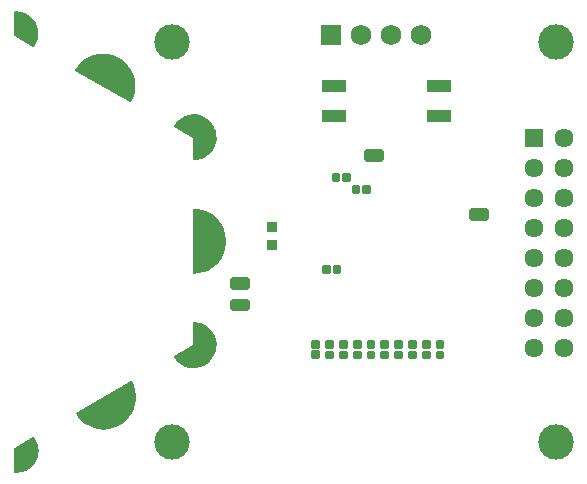
<source format=gbr>
G04 EAGLE Gerber RS-274X export*
G75*
%MOMM*%
%FSLAX34Y34*%
%LPD*%
%INSoldermask Top*%
%IPPOS*%
%AMOC8*
5,1,8,0,0,1.08239X$1,22.5*%
G01*
%ADD10C,3.001600*%
%ADD11C,0.419859*%
%ADD12R,1.752600X1.752600*%
%ADD13C,1.752600*%
%ADD14R,2.133600X1.117600*%
%ADD15R,1.609600X1.609600*%
%ADD16C,1.609600*%
%ADD17C,0.605878*%
%ADD18C,1.101600*%
%ADD19C,0.152400*%
%ADD20R,0.901600X0.901600*%

G36*
X-243906Y-29402D02*
X-243906Y-29402D01*
X-243895Y-29403D01*
X-239871Y-29101D01*
X-239840Y-29093D01*
X-239797Y-29090D01*
X-235863Y-28192D01*
X-235834Y-28179D01*
X-235791Y-28170D01*
X-232035Y-26696D01*
X-232008Y-26679D01*
X-231968Y-26664D01*
X-228473Y-24646D01*
X-228449Y-24625D01*
X-228411Y-24604D01*
X-225256Y-22088D01*
X-225236Y-22063D01*
X-225201Y-22037D01*
X-222457Y-19079D01*
X-222440Y-19052D01*
X-222410Y-19020D01*
X-220137Y-15686D01*
X-220124Y-15657D01*
X-220100Y-15622D01*
X-218349Y-11986D01*
X-218341Y-11955D01*
X-218321Y-11916D01*
X-217132Y-8060D01*
X-217129Y-8029D01*
X-217115Y-7987D01*
X-216514Y-3997D01*
X-216515Y-3965D01*
X-216508Y-3923D01*
X-216508Y113D01*
X-216515Y144D01*
X-216514Y187D01*
X-217115Y4177D01*
X-217126Y4207D01*
X-217132Y4250D01*
X-218321Y8106D01*
X-218337Y8134D01*
X-218349Y8176D01*
X-220100Y11812D01*
X-220119Y11837D01*
X-220137Y11876D01*
X-222410Y15210D01*
X-222433Y15233D01*
X-222457Y15269D01*
X-225201Y18227D01*
X-225227Y18246D01*
X-225256Y18278D01*
X-228411Y20794D01*
X-228439Y20808D01*
X-228473Y20836D01*
X-231968Y22854D01*
X-231998Y22864D01*
X-232035Y22886D01*
X-235791Y24360D01*
X-235823Y24366D01*
X-235863Y24382D01*
X-239797Y25280D01*
X-239829Y25281D01*
X-239871Y25291D01*
X-243895Y25593D01*
X-243922Y25589D01*
X-243949Y25594D01*
X-244019Y25577D01*
X-244092Y25568D01*
X-244116Y25554D01*
X-244142Y25548D01*
X-244201Y25505D01*
X-244264Y25468D01*
X-244280Y25446D01*
X-244302Y25430D01*
X-244339Y25367D01*
X-244383Y25309D01*
X-244390Y25282D01*
X-244404Y25259D01*
X-244421Y25155D01*
X-244431Y25116D01*
X-244429Y25106D01*
X-244431Y25095D01*
X-244431Y-28905D01*
X-244426Y-28932D01*
X-244428Y-28959D01*
X-244406Y-29028D01*
X-244392Y-29100D01*
X-244376Y-29122D01*
X-244368Y-29148D01*
X-244320Y-29204D01*
X-244279Y-29264D01*
X-244256Y-29278D01*
X-244238Y-29299D01*
X-244173Y-29332D01*
X-244112Y-29371D01*
X-244085Y-29375D01*
X-244060Y-29387D01*
X-243956Y-29397D01*
X-243915Y-29404D01*
X-243906Y-29402D01*
G37*
G36*
X-320039Y-161371D02*
X-320039Y-161371D01*
X-319996Y-161375D01*
X-315976Y-161071D01*
X-315945Y-161062D01*
X-315902Y-161060D01*
X-311972Y-160160D01*
X-311943Y-160147D01*
X-311901Y-160138D01*
X-308150Y-158663D01*
X-308123Y-158646D01*
X-308082Y-158631D01*
X-304592Y-156613D01*
X-304569Y-156592D01*
X-304531Y-156571D01*
X-301381Y-154056D01*
X-301360Y-154031D01*
X-301326Y-154005D01*
X-298586Y-151048D01*
X-298569Y-151021D01*
X-298539Y-150990D01*
X-296271Y-147658D01*
X-296258Y-147628D01*
X-296233Y-147593D01*
X-294486Y-143960D01*
X-294479Y-143929D01*
X-294459Y-143891D01*
X-293273Y-140038D01*
X-293270Y-140006D01*
X-293257Y-139965D01*
X-292658Y-135978D01*
X-292660Y-135947D01*
X-292653Y-135904D01*
X-292655Y-131873D01*
X-292662Y-131842D01*
X-292661Y-131798D01*
X-293264Y-127813D01*
X-293275Y-127783D01*
X-293281Y-127740D01*
X-294471Y-123888D01*
X-294486Y-123861D01*
X-294499Y-123819D01*
X-296250Y-120188D01*
X-296266Y-120166D01*
X-296276Y-120141D01*
X-296326Y-120088D01*
X-296370Y-120030D01*
X-296394Y-120016D01*
X-296412Y-119997D01*
X-296479Y-119967D01*
X-296543Y-119931D01*
X-296570Y-119928D01*
X-296595Y-119917D01*
X-296668Y-119916D01*
X-296740Y-119907D01*
X-296766Y-119915D01*
X-296794Y-119915D01*
X-296892Y-119951D01*
X-296931Y-119963D01*
X-296939Y-119969D01*
X-296949Y-119973D01*
X-343649Y-146973D01*
X-343670Y-146991D01*
X-343694Y-147002D01*
X-343727Y-147038D01*
X-343744Y-147050D01*
X-343755Y-147066D01*
X-343798Y-147105D01*
X-343810Y-147129D01*
X-343828Y-147149D01*
X-343852Y-147218D01*
X-343884Y-147284D01*
X-343885Y-147311D01*
X-343894Y-147337D01*
X-343889Y-147410D01*
X-343893Y-147483D01*
X-343883Y-147508D01*
X-343881Y-147535D01*
X-343837Y-147631D01*
X-343823Y-147669D01*
X-343817Y-147676D01*
X-343812Y-147687D01*
X-341539Y-151016D01*
X-341516Y-151038D01*
X-341492Y-151074D01*
X-338749Y-154028D01*
X-338723Y-154046D01*
X-338694Y-154078D01*
X-335541Y-156590D01*
X-335512Y-156604D01*
X-335479Y-156632D01*
X-331987Y-158645D01*
X-331957Y-158655D01*
X-331919Y-158678D01*
X-328166Y-160148D01*
X-328135Y-160154D01*
X-328095Y-160170D01*
X-324164Y-161065D01*
X-324132Y-161065D01*
X-324090Y-161076D01*
X-320070Y-161375D01*
X-320039Y-161371D01*
G37*
G36*
X-297216Y115601D02*
X-297216Y115601D01*
X-297144Y115607D01*
X-297119Y115619D01*
X-297093Y115624D01*
X-297032Y115665D01*
X-296967Y115698D01*
X-296950Y115719D01*
X-296927Y115734D01*
X-296866Y115820D01*
X-296840Y115852D01*
X-296838Y115861D01*
X-296831Y115870D01*
X-295080Y119501D01*
X-295072Y119532D01*
X-295052Y119570D01*
X-293862Y123422D01*
X-293859Y123454D01*
X-293845Y123495D01*
X-293242Y127480D01*
X-293243Y127512D01*
X-293236Y127555D01*
X-293234Y131586D01*
X-293240Y131617D01*
X-293239Y131660D01*
X-293838Y135647D01*
X-293849Y135677D01*
X-293854Y135720D01*
X-295040Y139573D01*
X-295055Y139601D01*
X-295067Y139642D01*
X-296814Y143275D01*
X-296833Y143300D01*
X-296852Y143340D01*
X-299120Y146672D01*
X-299143Y146694D01*
X-299167Y146730D01*
X-301907Y149687D01*
X-301933Y149705D01*
X-301962Y149738D01*
X-305112Y152253D01*
X-305140Y152268D01*
X-305173Y152295D01*
X-308663Y154313D01*
X-308694Y154323D01*
X-308731Y154345D01*
X-312482Y155820D01*
X-312514Y155826D01*
X-312553Y155842D01*
X-316483Y156742D01*
X-316515Y156742D01*
X-316557Y156753D01*
X-320577Y157057D01*
X-320608Y157053D01*
X-320651Y157057D01*
X-324671Y156758D01*
X-324702Y156749D01*
X-324745Y156747D01*
X-328676Y155852D01*
X-328705Y155839D01*
X-328747Y155830D01*
X-332500Y154360D01*
X-332527Y154342D01*
X-332568Y154327D01*
X-336060Y152314D01*
X-336084Y152293D01*
X-336122Y152272D01*
X-339275Y149760D01*
X-339295Y149736D01*
X-339330Y149710D01*
X-342073Y146756D01*
X-342090Y146729D01*
X-342120Y146698D01*
X-344393Y143369D01*
X-344403Y143343D01*
X-344421Y143322D01*
X-344442Y143253D01*
X-344470Y143185D01*
X-344470Y143158D01*
X-344478Y143132D01*
X-344470Y143059D01*
X-344470Y142986D01*
X-344459Y142961D01*
X-344456Y142934D01*
X-344420Y142871D01*
X-344391Y142804D01*
X-344372Y142785D01*
X-344359Y142761D01*
X-344277Y142694D01*
X-344248Y142666D01*
X-344239Y142662D01*
X-344230Y142655D01*
X-297530Y115655D01*
X-297505Y115646D01*
X-297482Y115630D01*
X-297411Y115615D01*
X-297342Y115592D01*
X-297315Y115594D01*
X-297288Y115588D01*
X-297216Y115601D01*
G37*
G36*
X-241574Y-109283D02*
X-241574Y-109283D01*
X-241540Y-109275D01*
X-241491Y-109273D01*
X-238378Y-108615D01*
X-238346Y-108601D01*
X-238298Y-108591D01*
X-235338Y-107423D01*
X-235309Y-107404D01*
X-235263Y-107386D01*
X-232539Y-105741D01*
X-232514Y-105717D01*
X-232472Y-105692D01*
X-230061Y-103616D01*
X-230039Y-103588D01*
X-230002Y-103556D01*
X-227971Y-101107D01*
X-227954Y-101076D01*
X-227923Y-101038D01*
X-226329Y-98284D01*
X-226318Y-98251D01*
X-226293Y-98209D01*
X-225180Y-95228D01*
X-225175Y-95193D01*
X-225158Y-95147D01*
X-224558Y-92022D01*
X-224558Y-91987D01*
X-224549Y-91939D01*
X-224479Y-88758D01*
X-224485Y-88724D01*
X-224484Y-88675D01*
X-224945Y-85526D01*
X-224957Y-85493D01*
X-224964Y-85445D01*
X-225943Y-82418D01*
X-225961Y-82387D01*
X-225976Y-82340D01*
X-227447Y-79519D01*
X-227469Y-79492D01*
X-227491Y-79448D01*
X-229412Y-76911D01*
X-229438Y-76888D01*
X-229468Y-76849D01*
X-231785Y-74668D01*
X-231815Y-74650D01*
X-231850Y-74616D01*
X-234498Y-72852D01*
X-234531Y-72839D01*
X-234572Y-72812D01*
X-237477Y-71514D01*
X-237501Y-71509D01*
X-237520Y-71498D01*
X-237538Y-71495D01*
X-237556Y-71487D01*
X-240637Y-70692D01*
X-240672Y-70690D01*
X-240719Y-70678D01*
X-243890Y-70408D01*
X-243919Y-70411D01*
X-243949Y-70406D01*
X-244017Y-70422D01*
X-244087Y-70430D01*
X-244113Y-70445D01*
X-244142Y-70452D01*
X-244199Y-70494D01*
X-244260Y-70529D01*
X-244278Y-70552D01*
X-244302Y-70570D01*
X-244338Y-70630D01*
X-244381Y-70687D01*
X-244388Y-70715D01*
X-244404Y-70741D01*
X-244420Y-70837D01*
X-244431Y-70879D01*
X-244429Y-70891D01*
X-244431Y-70905D01*
X-244431Y-89616D01*
X-260681Y-98972D01*
X-260703Y-98992D01*
X-260730Y-99004D01*
X-260777Y-99057D01*
X-260830Y-99104D01*
X-260843Y-99130D01*
X-260863Y-99152D01*
X-260886Y-99219D01*
X-260916Y-99283D01*
X-260918Y-99313D01*
X-260927Y-99340D01*
X-260922Y-99411D01*
X-260925Y-99482D01*
X-260915Y-99510D01*
X-260913Y-99539D01*
X-260872Y-99627D01*
X-260869Y-99638D01*
X-260866Y-99642D01*
X-260856Y-99668D01*
X-260848Y-99677D01*
X-260842Y-99689D01*
X-259029Y-102304D01*
X-259004Y-102329D01*
X-258976Y-102369D01*
X-256753Y-104645D01*
X-256724Y-104665D01*
X-256690Y-104700D01*
X-254117Y-106573D01*
X-254086Y-106588D01*
X-254046Y-106616D01*
X-251198Y-108035D01*
X-251164Y-108044D01*
X-251120Y-108066D01*
X-248075Y-108989D01*
X-248040Y-108992D01*
X-247993Y-109006D01*
X-244837Y-109409D01*
X-244802Y-109406D01*
X-244753Y-109413D01*
X-241574Y-109283D01*
G37*
G36*
X-243904Y66599D02*
X-243904Y66599D01*
X-243890Y66598D01*
X-240719Y66868D01*
X-240686Y66878D01*
X-240637Y66882D01*
X-237556Y67677D01*
X-237524Y67692D01*
X-237477Y67704D01*
X-234572Y69002D01*
X-234543Y69022D01*
X-234498Y69042D01*
X-231850Y70806D01*
X-231825Y70831D01*
X-231785Y70858D01*
X-229468Y73039D01*
X-229448Y73068D01*
X-229412Y73101D01*
X-227491Y75638D01*
X-227476Y75670D01*
X-227447Y75709D01*
X-225976Y78530D01*
X-225966Y78564D01*
X-225943Y78608D01*
X-224964Y81635D01*
X-224960Y81670D01*
X-224945Y81716D01*
X-224484Y84865D01*
X-224486Y84900D01*
X-224479Y84948D01*
X-224549Y88129D01*
X-224557Y88164D01*
X-224558Y88212D01*
X-225158Y91337D01*
X-225171Y91370D01*
X-225180Y91418D01*
X-226293Y94399D01*
X-226312Y94428D01*
X-226329Y94474D01*
X-227923Y97228D01*
X-227946Y97254D01*
X-227971Y97297D01*
X-230002Y99746D01*
X-230029Y99768D01*
X-230061Y99806D01*
X-232472Y101882D01*
X-232502Y101899D01*
X-232539Y101931D01*
X-235263Y103576D01*
X-235296Y103588D01*
X-235338Y103613D01*
X-238298Y104781D01*
X-238332Y104787D01*
X-238378Y104805D01*
X-241491Y105463D01*
X-241526Y105463D01*
X-241574Y105473D01*
X-244753Y105603D01*
X-244788Y105597D01*
X-244837Y105599D01*
X-247993Y105196D01*
X-248026Y105185D01*
X-248075Y105179D01*
X-251120Y104256D01*
X-251151Y104239D01*
X-251198Y104225D01*
X-254046Y102806D01*
X-254074Y102785D01*
X-254117Y102763D01*
X-256690Y100890D01*
X-256713Y100864D01*
X-256753Y100835D01*
X-258976Y98559D01*
X-258995Y98529D01*
X-259029Y98494D01*
X-260842Y95879D01*
X-260854Y95852D01*
X-260873Y95830D01*
X-260893Y95762D01*
X-260921Y95697D01*
X-260921Y95667D01*
X-260929Y95639D01*
X-260921Y95569D01*
X-260922Y95498D01*
X-260910Y95471D01*
X-260907Y95441D01*
X-260872Y95380D01*
X-260845Y95314D01*
X-260824Y95294D01*
X-260809Y95268D01*
X-260734Y95206D01*
X-260703Y95176D01*
X-260692Y95171D01*
X-260681Y95162D01*
X-244431Y85806D01*
X-244431Y67095D01*
X-244425Y67066D01*
X-244428Y67036D01*
X-244406Y66969D01*
X-244392Y66900D01*
X-244375Y66876D01*
X-244366Y66847D01*
X-244319Y66794D01*
X-244279Y66736D01*
X-244254Y66720D01*
X-244234Y66698D01*
X-244171Y66667D01*
X-244112Y66629D01*
X-244082Y66624D01*
X-244055Y66611D01*
X-243958Y66603D01*
X-243915Y66596D01*
X-243904Y66599D01*
G37*
G36*
X-379761Y162822D02*
X-379761Y162822D01*
X-379757Y162821D01*
X-379642Y162856D01*
X-379529Y162889D01*
X-379526Y162891D01*
X-379521Y162893D01*
X-379424Y162962D01*
X-379327Y163030D01*
X-379324Y163033D01*
X-379321Y163035D01*
X-379216Y163166D01*
X-377662Y165596D01*
X-377649Y165626D01*
X-377604Y165706D01*
X-376467Y168356D01*
X-376459Y168388D01*
X-376427Y168474D01*
X-375737Y171274D01*
X-375734Y171307D01*
X-375717Y171397D01*
X-375491Y174272D01*
X-375494Y174304D01*
X-375491Y174396D01*
X-375736Y177270D01*
X-375744Y177301D01*
X-375757Y177392D01*
X-376466Y180188D01*
X-376479Y180218D01*
X-376507Y180305D01*
X-377661Y182948D01*
X-377679Y182976D01*
X-377720Y183057D01*
X-379290Y185477D01*
X-379311Y185501D01*
X-379366Y185575D01*
X-381308Y187707D01*
X-381333Y187728D01*
X-381399Y187792D01*
X-383662Y189580D01*
X-383691Y189595D01*
X-383765Y189648D01*
X-386289Y191044D01*
X-386320Y191055D01*
X-386403Y191095D01*
X-389120Y192061D01*
X-389152Y192067D01*
X-389240Y192093D01*
X-392078Y192604D01*
X-392111Y192604D01*
X-392202Y192616D01*
X-395086Y192658D01*
X-395111Y192654D01*
X-395136Y192657D01*
X-395232Y192636D01*
X-395329Y192622D01*
X-395352Y192610D01*
X-395377Y192605D01*
X-395461Y192555D01*
X-395548Y192510D01*
X-395566Y192492D01*
X-395588Y192479D01*
X-395652Y192404D01*
X-395720Y192334D01*
X-395731Y192311D01*
X-395748Y192292D01*
X-395785Y192201D01*
X-395827Y192113D01*
X-395830Y192087D01*
X-395840Y192064D01*
X-395858Y191897D01*
X-395858Y172466D01*
X-395848Y172401D01*
X-395847Y172335D01*
X-395828Y172280D01*
X-395819Y172223D01*
X-395788Y172165D01*
X-395766Y172103D01*
X-395731Y172057D01*
X-395703Y172006D01*
X-395656Y171961D01*
X-395615Y171908D01*
X-395549Y171859D01*
X-395525Y171837D01*
X-395507Y171828D01*
X-395481Y171808D01*
X-380241Y162918D01*
X-380237Y162917D01*
X-380233Y162914D01*
X-380122Y162873D01*
X-380011Y162830D01*
X-380007Y162830D01*
X-380003Y162829D01*
X-379883Y162825D01*
X-379765Y162820D01*
X-379761Y162822D01*
G37*
G36*
X-391948Y-197569D02*
X-391948Y-197569D01*
X-391916Y-197563D01*
X-391824Y-197557D01*
X-388986Y-197046D01*
X-388955Y-197035D01*
X-388866Y-197014D01*
X-386149Y-196048D01*
X-386120Y-196032D01*
X-386035Y-195997D01*
X-383511Y-194601D01*
X-383486Y-194581D01*
X-383408Y-194533D01*
X-381145Y-192745D01*
X-381123Y-192721D01*
X-381054Y-192660D01*
X-379112Y-190528D01*
X-379094Y-190501D01*
X-379036Y-190430D01*
X-377466Y-188010D01*
X-377453Y-187981D01*
X-377407Y-187901D01*
X-376253Y-185258D01*
X-376244Y-185227D01*
X-376212Y-185141D01*
X-375503Y-182345D01*
X-375500Y-182313D01*
X-375482Y-182223D01*
X-375237Y-179349D01*
X-375240Y-179316D01*
X-375237Y-179225D01*
X-375463Y-176350D01*
X-375471Y-176318D01*
X-375483Y-176227D01*
X-376173Y-173427D01*
X-376186Y-173397D01*
X-376213Y-173309D01*
X-377350Y-170659D01*
X-377368Y-170631D01*
X-377408Y-170549D01*
X-378962Y-168119D01*
X-378964Y-168116D01*
X-378966Y-168112D01*
X-379046Y-168024D01*
X-379126Y-167936D01*
X-379130Y-167934D01*
X-379132Y-167931D01*
X-379236Y-167873D01*
X-379340Y-167815D01*
X-379344Y-167814D01*
X-379348Y-167812D01*
X-379465Y-167791D01*
X-379581Y-167768D01*
X-379586Y-167769D01*
X-379590Y-167768D01*
X-379707Y-167785D01*
X-379825Y-167801D01*
X-379829Y-167803D01*
X-379833Y-167803D01*
X-379987Y-167871D01*
X-395227Y-176761D01*
X-395277Y-176803D01*
X-395334Y-176837D01*
X-395372Y-176881D01*
X-395416Y-176918D01*
X-395451Y-176974D01*
X-395494Y-177024D01*
X-395516Y-177078D01*
X-395546Y-177127D01*
X-395561Y-177191D01*
X-395586Y-177252D01*
X-395595Y-177334D01*
X-395602Y-177366D01*
X-395601Y-177386D01*
X-395604Y-177419D01*
X-395604Y-196850D01*
X-395600Y-196875D01*
X-395603Y-196901D01*
X-395580Y-196996D01*
X-395565Y-197093D01*
X-395553Y-197115D01*
X-395547Y-197140D01*
X-395495Y-197224D01*
X-395449Y-197310D01*
X-395431Y-197328D01*
X-395418Y-197349D01*
X-395342Y-197412D01*
X-395271Y-197480D01*
X-395248Y-197490D01*
X-395228Y-197507D01*
X-395137Y-197542D01*
X-395048Y-197583D01*
X-395023Y-197586D01*
X-394999Y-197595D01*
X-394832Y-197611D01*
X-391948Y-197569D01*
G37*
D10*
X-262418Y166823D03*
X-262418Y-172267D03*
X62702Y-172267D03*
X62702Y166823D03*
D11*
X-142554Y-87189D02*
X-142554Y-90357D01*
X-142554Y-87189D02*
X-139386Y-87189D01*
X-139386Y-90357D01*
X-142554Y-90357D01*
X-142554Y-96079D02*
X-142554Y-99247D01*
X-142554Y-96079D02*
X-139386Y-96079D01*
X-139386Y-99247D01*
X-142554Y-99247D01*
X-34230Y-99374D02*
X-34230Y-96206D01*
X-34230Y-99374D02*
X-37398Y-99374D01*
X-37398Y-96206D01*
X-34230Y-96206D01*
X-34230Y-90484D02*
X-34230Y-87316D01*
X-34230Y-90484D02*
X-37398Y-90484D01*
X-37398Y-87316D01*
X-34230Y-87316D01*
X-45787Y-96206D02*
X-45787Y-99374D01*
X-48955Y-99374D01*
X-48955Y-96206D01*
X-45787Y-96206D01*
X-45787Y-90484D02*
X-45787Y-87316D01*
X-45787Y-90484D02*
X-48955Y-90484D01*
X-48955Y-87316D01*
X-45787Y-87316D01*
X-57217Y-96206D02*
X-57217Y-99374D01*
X-60385Y-99374D01*
X-60385Y-96206D01*
X-57217Y-96206D01*
X-57217Y-90484D02*
X-57217Y-87316D01*
X-57217Y-90484D02*
X-60385Y-90484D01*
X-60385Y-87316D01*
X-57217Y-87316D01*
X-69028Y-96206D02*
X-69028Y-99374D01*
X-72196Y-99374D01*
X-72196Y-96206D01*
X-69028Y-96206D01*
X-69028Y-90484D02*
X-69028Y-87316D01*
X-69028Y-90484D02*
X-72196Y-90484D01*
X-72196Y-87316D01*
X-69028Y-87316D01*
X-80839Y-96206D02*
X-80839Y-99374D01*
X-84007Y-99374D01*
X-84007Y-96206D01*
X-80839Y-96206D01*
X-80839Y-90484D02*
X-80839Y-87316D01*
X-80839Y-90484D02*
X-84007Y-90484D01*
X-84007Y-87316D01*
X-80839Y-87316D01*
X-92523Y-96206D02*
X-92523Y-99374D01*
X-95691Y-99374D01*
X-95691Y-96206D01*
X-92523Y-96206D01*
X-92523Y-90484D02*
X-92523Y-87316D01*
X-92523Y-90484D02*
X-95691Y-90484D01*
X-95691Y-87316D01*
X-92523Y-87316D01*
X-104207Y-96206D02*
X-104207Y-99374D01*
X-107375Y-99374D01*
X-107375Y-96206D01*
X-104207Y-96206D01*
X-104207Y-90484D02*
X-104207Y-87316D01*
X-104207Y-90484D02*
X-107375Y-90484D01*
X-107375Y-87316D01*
X-104207Y-87316D01*
X-130870Y-87316D02*
X-130870Y-90484D01*
X-130870Y-87316D02*
X-127702Y-87316D01*
X-127702Y-90484D01*
X-130870Y-90484D01*
X-130870Y-96206D02*
X-130870Y-99374D01*
X-130870Y-96206D02*
X-127702Y-96206D01*
X-127702Y-99374D01*
X-130870Y-99374D01*
X-119059Y-90484D02*
X-119059Y-87316D01*
X-115891Y-87316D01*
X-115891Y-90484D01*
X-119059Y-90484D01*
X-119059Y-96206D02*
X-119059Y-99374D01*
X-119059Y-96206D02*
X-115891Y-96206D01*
X-115891Y-99374D01*
X-119059Y-99374D01*
D12*
X-127254Y172466D03*
D13*
X-101854Y172466D03*
X-76454Y172466D03*
X-51054Y172466D03*
D14*
X-125095Y129286D03*
X-125095Y103886D03*
X-36195Y103886D03*
X-36195Y129286D03*
D11*
X-105350Y40453D02*
X-108518Y40453D01*
X-108518Y43621D01*
X-105350Y43621D01*
X-105350Y40453D01*
X-99628Y40453D02*
X-96460Y40453D01*
X-99628Y40453D02*
X-99628Y43621D01*
X-96460Y43621D01*
X-96460Y40453D01*
X-113351Y53781D02*
X-116519Y53781D01*
X-113351Y53781D02*
X-113351Y50613D01*
X-116519Y50613D01*
X-116519Y53781D01*
X-122241Y53781D02*
X-125409Y53781D01*
X-122241Y53781D02*
X-122241Y50613D01*
X-125409Y50613D01*
X-125409Y53781D01*
D15*
X44069Y85344D03*
D16*
X69469Y85344D03*
X44069Y59944D03*
X69469Y59944D03*
X44069Y34544D03*
X69469Y34544D03*
X44069Y9144D03*
X69469Y9144D03*
X44069Y-16256D03*
X69469Y-16256D03*
X44069Y-41656D03*
X69469Y-41656D03*
X44069Y-67056D03*
X69469Y-67056D03*
X44069Y-92456D03*
X69469Y-92456D03*
D11*
X-130242Y-26857D02*
X-133410Y-26857D01*
X-133410Y-23689D01*
X-130242Y-23689D01*
X-130242Y-26857D01*
X-124520Y-26857D02*
X-121352Y-26857D01*
X-124520Y-26857D02*
X-124520Y-23689D01*
X-121352Y-23689D01*
X-121352Y-26857D01*
D17*
X-199499Y-35113D02*
X-210457Y-35113D01*
X-199499Y-35113D02*
X-199499Y-40071D01*
X-210457Y-40071D01*
X-210457Y-35113D01*
X-210584Y-53020D02*
X-199626Y-53020D01*
X-199626Y-57978D01*
X-210584Y-57978D01*
X-210584Y-53020D01*
D18*
X-387477Y179555D03*
X-237032Y90095D03*
X-237032Y-93905D03*
X-387350Y-182222D03*
X-316800Y136095D03*
X-237032Y-1905D03*
X-316600Y-139905D03*
D19*
X-394970Y-177419D02*
X-394970Y-196850D01*
X-394541Y-196874D01*
X-394111Y-196887D01*
X-393681Y-196890D01*
X-393251Y-196882D01*
X-392822Y-196864D01*
X-392393Y-196835D01*
X-391964Y-196796D01*
X-391537Y-196746D01*
X-391112Y-196686D01*
X-390687Y-196616D01*
X-390265Y-196535D01*
X-389845Y-196444D01*
X-389427Y-196343D01*
X-389011Y-196232D01*
X-388599Y-196111D01*
X-388189Y-195980D01*
X-387783Y-195838D01*
X-387381Y-195687D01*
X-386982Y-195526D01*
X-386587Y-195356D01*
X-386196Y-195176D01*
X-385811Y-194986D01*
X-385429Y-194788D01*
X-385053Y-194580D01*
X-384682Y-194362D01*
X-384316Y-194136D01*
X-383956Y-193901D01*
X-383602Y-193658D01*
X-383253Y-193405D01*
X-382911Y-193145D01*
X-382576Y-192876D01*
X-382247Y-192599D01*
X-381925Y-192314D01*
X-381610Y-192022D01*
X-381302Y-191721D01*
X-381001Y-191414D01*
X-380708Y-191099D01*
X-380423Y-190777D01*
X-380146Y-190448D01*
X-379877Y-190113D01*
X-379616Y-189771D01*
X-379364Y-189423D01*
X-379120Y-189069D01*
X-378884Y-188709D01*
X-378658Y-188343D01*
X-378440Y-187972D01*
X-378232Y-187596D01*
X-378033Y-187215D01*
X-377843Y-186829D01*
X-377663Y-186439D01*
X-377492Y-186044D01*
X-377331Y-185646D01*
X-377179Y-185243D01*
X-377038Y-184837D01*
X-376906Y-184428D01*
X-376785Y-184015D01*
X-376673Y-183600D01*
X-376572Y-183182D01*
X-376481Y-182762D01*
X-376400Y-182340D01*
X-376329Y-181916D01*
X-376269Y-181490D01*
X-376219Y-181063D01*
X-376179Y-180635D01*
X-376150Y-180206D01*
X-376132Y-179776D01*
X-376123Y-179346D01*
X-376126Y-178916D01*
X-376138Y-178486D01*
X-376162Y-178057D01*
X-376195Y-177628D01*
X-376240Y-177200D01*
X-376294Y-176774D01*
X-376359Y-176349D01*
X-376434Y-175925D01*
X-376520Y-175504D01*
X-376615Y-175085D01*
X-376721Y-174668D01*
X-376837Y-174254D01*
X-376963Y-173843D01*
X-377099Y-173435D01*
X-377245Y-173030D01*
X-377401Y-172630D01*
X-377566Y-172233D01*
X-377741Y-171840D01*
X-377926Y-171452D01*
X-378120Y-171068D01*
X-378323Y-170689D01*
X-378535Y-170315D01*
X-378757Y-169946D01*
X-378987Y-169583D01*
X-379226Y-169226D01*
X-379474Y-168874D01*
X-379730Y-168529D01*
X-394970Y-177419D01*
X-395224Y172593D02*
X-395224Y191770D01*
X-394795Y191796D01*
X-394366Y191811D01*
X-393937Y191816D01*
X-393508Y191811D01*
X-393079Y191795D01*
X-392650Y191768D01*
X-392222Y191731D01*
X-391796Y191684D01*
X-391370Y191627D01*
X-390946Y191559D01*
X-390524Y191480D01*
X-390104Y191392D01*
X-389686Y191293D01*
X-389271Y191185D01*
X-388858Y191066D01*
X-388449Y190937D01*
X-388043Y190798D01*
X-387640Y190649D01*
X-387241Y190491D01*
X-386846Y190323D01*
X-386455Y190145D01*
X-386069Y189958D01*
X-385687Y189761D01*
X-385310Y189556D01*
X-384938Y189341D01*
X-384572Y189117D01*
X-384211Y188884D01*
X-383856Y188643D01*
X-383507Y188393D01*
X-383164Y188135D01*
X-382828Y187868D01*
X-382498Y187593D01*
X-382175Y187311D01*
X-381858Y187020D01*
X-381550Y186722D01*
X-381248Y186417D01*
X-380954Y186104D01*
X-380667Y185784D01*
X-380389Y185457D01*
X-380118Y185124D01*
X-379856Y184784D01*
X-379602Y184438D01*
X-379357Y184086D01*
X-379120Y183728D01*
X-378892Y183364D01*
X-378673Y182995D01*
X-378463Y182620D01*
X-378262Y182241D01*
X-378070Y181856D01*
X-377888Y181468D01*
X-377716Y181075D01*
X-377553Y180677D01*
X-377399Y180276D01*
X-377256Y179872D01*
X-377122Y179464D01*
X-376999Y179053D01*
X-376885Y178639D01*
X-376781Y178222D01*
X-376688Y177803D01*
X-376605Y177382D01*
X-376532Y176959D01*
X-376470Y176534D01*
X-376418Y176108D01*
X-376376Y175680D01*
X-376345Y175252D01*
X-376324Y174823D01*
X-376313Y174394D01*
X-376313Y173965D01*
X-376324Y173536D01*
X-376345Y173107D01*
X-376376Y172679D01*
X-376418Y172252D01*
X-376470Y171825D01*
X-376532Y171401D01*
X-376605Y170978D01*
X-376688Y170556D01*
X-376782Y170137D01*
X-376885Y169721D01*
X-376999Y169307D01*
X-377122Y168895D01*
X-377256Y168487D01*
X-377399Y168083D01*
X-377553Y167682D01*
X-377716Y167285D01*
X-377889Y166892D01*
X-378071Y166503D01*
X-378262Y166119D01*
X-378463Y165739D01*
X-378673Y165365D01*
X-378892Y164996D01*
X-379120Y164632D01*
X-379357Y164274D01*
X-379603Y163921D01*
X-379857Y163575D01*
X-379857Y163576D02*
X-395224Y172593D01*
D17*
X-96792Y68768D02*
X-85834Y68768D01*
X-96792Y68768D02*
X-96792Y73726D01*
X-85834Y73726D01*
X-85834Y68768D01*
X-8273Y18603D02*
X2685Y18603D01*
X-8273Y18603D02*
X-8273Y23561D01*
X2685Y23561D01*
X2685Y18603D01*
D20*
X-177165Y-5087D03*
X-177165Y9913D03*
M02*

</source>
